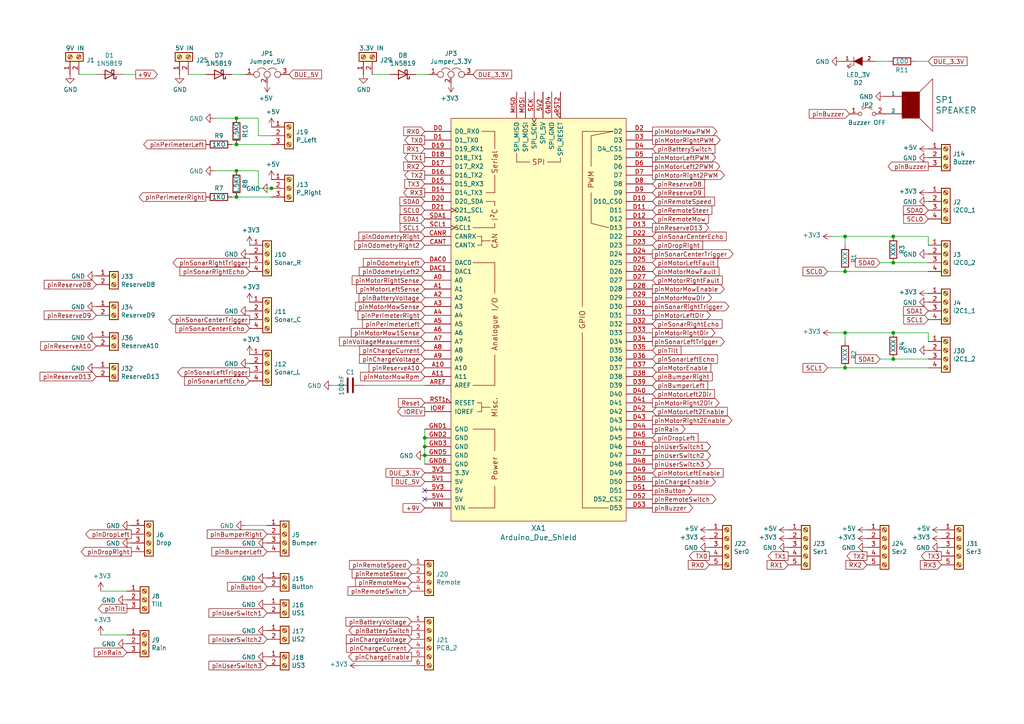
<source format=kicad_sch>
(kicad_sch (version 20210406) (generator eeschema)
  (paper "A4")
  (title_block (title "Ardumower DUE Basic Board") (date "2021-04-06") (rev "v1.0"))
  (junction (at 68.58 34.29) (diameter 0.9144))
  (junction (at 68.58 41.91) (diameter 0.9144))
  (junction (at 68.58 49.53) (diameter 0.9144))
  (junction (at 68.58 57.15) (diameter 0.9144))
  (junction (at 78.74 54.61) (diameter 0.9144))
  (junction (at 123.19 127) (diameter 0.9144))
  (junction (at 123.19 129.54) (diameter 0.9144))
  (junction (at 123.19 132.08) (diameter 0.9144))
  (junction (at 245.11 68.58) (diameter 0.9144))
  (junction (at 245.11 78.74) (diameter 0.9144))
  (junction (at 245.11 96.52) (diameter 0.9144))
  (junction (at 245.11 106.68) (diameter 0.9144))
  (junction (at 259.08 68.58) (diameter 0.9144))
  (junction (at 259.08 76.2) (diameter 0.9144))
  (junction (at 259.08 96.52) (diameter 0.9144))
  (junction (at 259.08 104.14) (diameter 0.9144))
  (no_connect (at 123.19 142.24))
  (no_connect (at 123.19 144.78))
  (wire (pts (xy 22.86 21.59) (xy 27.94 21.59)))
  (wire (pts (xy 29.21 171.45) (xy 36.83 171.45)))
  (wire (pts (xy 29.21 184.15) (xy 36.83 184.15)))
  (wire (pts (xy 35.56 21.59) (xy 39.37 21.59)))
  (wire (pts (xy 54.61 21.59) (xy 59.69 21.59)))
  (wire (pts (xy 62.23 34.29) (xy 68.58 34.29)))
  (wire (pts (xy 62.23 49.53) (xy 68.58 49.53)))
  (wire (pts (xy 67.31 21.59) (xy 71.12 21.59)))
  (wire (pts (xy 67.31 41.91) (xy 68.58 41.91)))
  (wire (pts (xy 67.31 57.15) (xy 68.58 57.15)))
  (wire (pts (xy 71.12 152.4) (xy 77.47 152.4)))
  (wire (pts (xy 74.93 34.29) (xy 68.58 34.29)))
  (wire (pts (xy 74.93 34.29) (xy 74.93 39.37)))
  (wire (pts (xy 74.93 39.37) (xy 78.74 39.37)))
  (wire (pts (xy 74.93 49.53) (xy 68.58 49.53)))
  (wire (pts (xy 74.93 49.53) (xy 74.93 54.61)))
  (wire (pts (xy 74.93 54.61) (xy 78.74 54.61)))
  (wire (pts (xy 78.74 41.91) (xy 68.58 41.91)))
  (wire (pts (xy 78.74 57.15) (xy 68.58 57.15)))
  (wire (pts (xy 96.52 111.76) (xy 97.79 111.76)))
  (wire (pts (xy 104.14 193.04) (xy 119.38 193.04)))
  (wire (pts (xy 105.41 111.76) (xy 123.19 111.76)))
  (wire (pts (xy 107.95 21.59) (xy 113.03 21.59)))
  (wire (pts (xy 120.65 21.59) (xy 124.46 21.59)))
  (wire (pts (xy 123.19 127) (xy 123.19 124.46)))
  (wire (pts (xy 123.19 129.54) (xy 123.19 127)))
  (wire (pts (xy 123.19 132.08) (xy 123.19 129.54)))
  (wire (pts (xy 123.19 134.62) (xy 123.19 132.08)))
  (wire (pts (xy 240.03 78.74) (xy 245.11 78.74)))
  (wire (pts (xy 240.03 106.68) (xy 245.11 106.68)))
  (wire (pts (xy 245.11 68.58) (xy 241.3 68.58)))
  (wire (pts (xy 245.11 71.12) (xy 245.11 68.58)))
  (wire (pts (xy 245.11 78.74) (xy 269.24 78.74)))
  (wire (pts (xy 245.11 96.52) (xy 241.3 96.52)))
  (wire (pts (xy 245.11 99.06) (xy 245.11 96.52)))
  (wire (pts (xy 245.11 106.68) (xy 269.24 106.68)))
  (wire (pts (xy 255.27 76.2) (xy 259.08 76.2)))
  (wire (pts (xy 255.27 104.14) (xy 259.08 104.14)))
  (wire (pts (xy 257.81 17.78) (xy 254 17.78)))
  (wire (pts (xy 259.08 68.58) (xy 245.11 68.58)))
  (wire (pts (xy 259.08 76.2) (xy 269.24 76.2)))
  (wire (pts (xy 259.08 96.52) (xy 245.11 96.52)))
  (wire (pts (xy 259.08 104.14) (xy 269.24 104.14)))
  (wire (pts (xy 269.24 17.78) (xy 265.43 17.78)))
  (wire (pts (xy 269.24 68.58) (xy 259.08 68.58)))
  (wire (pts (xy 269.24 71.12) (xy 269.24 68.58)))
  (wire (pts (xy 269.24 96.52) (xy 259.08 96.52)))
  (wire (pts (xy 269.24 99.06) (xy 269.24 96.52)))
  (global_label "pinReserveD8" (shape input) (at 27.94 82.55 180) (property "Intersheet References" "${INTERSHEET_REFS}" (effects hide)))
  (global_label "pinReserveD9" (shape input) (at 27.94 91.44 180) (property "Intersheet References" "${INTERSHEET_REFS}" (effects hide)))
  (global_label "pinReserveA10" (shape input) (at 27.94 100.33 180) (property "Intersheet References" "${INTERSHEET_REFS}" (effects hide)))
  (global_label "pinReserveD13" (shape input) (at 27.94 109.22 180) (property "Intersheet References" "${INTERSHEET_REFS}" (effects hide)))
  (global_label "pinTilt" (shape output) (at 36.83 176.53 180) (property "Intersheet References" "${INTERSHEET_REFS}" (effects hide)))
  (global_label "pinRain" (shape input) (at 36.83 189.23 180) (property "Intersheet References" "${INTERSHEET_REFS}" (effects hide)))
  (global_label "pinDropLeft" (shape output) (at 38.1 154.94 180) (property "Intersheet References" "${INTERSHEET_REFS}" (effects hide)))
  (global_label "pinDropRight" (shape output) (at 38.1 160.02 180) (property "Intersheet References" "${INTERSHEET_REFS}" (effects hide)))
  (global_label "+9V" (shape output) (at 39.37 21.59 0) (property "Intersheet References" "${INTERSHEET_REFS}" (effects hide)))
  (global_label "pinPerimeterLeft" (shape output) (at 59.69 41.91 180) (property "Intersheet References" "${INTERSHEET_REFS}" (effects hide)))
  (global_label "pinPerimeterRight" (shape output) (at 59.69 57.15 180) (property "Intersheet References" "${INTERSHEET_REFS}" (effects hide)))
  (global_label "pinSonarRightTrigger" (shape output) (at 72.39 76.2 180) (property "Intersheet References" "${INTERSHEET_REFS}" (effects hide)))
  (global_label "pinSonarRightEcho" (shape input) (at 72.39 78.74 180) (property "Intersheet References" "${INTERSHEET_REFS}" (effects hide)))
  (global_label "pinSonarCenterTrigger" (shape output) (at 72.39 92.71 180) (property "Intersheet References" "${INTERSHEET_REFS}" (effects hide)))
  (global_label "pinSonarCenterEcho" (shape input) (at 72.39 95.25 180) (property "Intersheet References" "${INTERSHEET_REFS}" (effects hide)))
  (global_label "pinSonarLeftTrigger" (shape output) (at 72.39 107.95 180) (property "Intersheet References" "${INTERSHEET_REFS}" (effects hide)))
  (global_label "pinSonarLeftEcho" (shape input) (at 72.39 110.49 180) (property "Intersheet References" "${INTERSHEET_REFS}" (effects hide)))
  (global_label "pinBumperRight" (shape input) (at 77.47 154.94 180) (property "Intersheet References" "${INTERSHEET_REFS}" (effects hide)))
  (global_label "pinBumperLeft" (shape input) (at 77.47 160.02 180) (property "Intersheet References" "${INTERSHEET_REFS}" (effects hide)))
  (global_label "pinButton" (shape input) (at 77.47 170.18 180) (property "Intersheet References" "${INTERSHEET_REFS}" (effects hide)))
  (global_label "pinUserSwitch1" (shape input) (at 77.47 177.8 180) (property "Intersheet References" "${INTERSHEET_REFS}" (effects hide)))
  (global_label "pinUserSwitch2" (shape input) (at 77.47 185.42 180) (property "Intersheet References" "${INTERSHEET_REFS}" (effects hide)))
  (global_label "pinUserSwitch3" (shape input) (at 77.47 193.04 180) (property "Intersheet References" "${INTERSHEET_REFS}" (effects hide)))
  (global_label "DUE_5V" (shape input) (at 83.82 21.59 0) (property "Intersheet References" "${INTERSHEET_REFS}" (effects hide)))
  (global_label "pinRemoteSpeed" (shape input) (at 119.38 163.83 180) (property "Intersheet References" "${INTERSHEET_REFS}" (effects hide)))
  (global_label "pinRemoteSteer" (shape input) (at 119.38 166.37 180) (property "Intersheet References" "${INTERSHEET_REFS}" (effects hide)))
  (global_label "pinRemoteMow" (shape input) (at 119.38 168.91 180) (property "Intersheet References" "${INTERSHEET_REFS}" (effects hide)))
  (global_label "pinRemoteSwitch" (shape input) (at 119.38 171.45 180) (property "Intersheet References" "${INTERSHEET_REFS}" (effects hide)))
  (global_label "pinBatteryVoltage" (shape input) (at 119.38 180.34 180) (property "Intersheet References" "${INTERSHEET_REFS}" (effects hide)))
  (global_label "pinBatterySwitch" (shape output) (at 119.38 182.88 180) (property "Intersheet References" "${INTERSHEET_REFS}" (effects hide)))
  (global_label "pinChargeVoltage" (shape input) (at 119.38 185.42 180) (property "Intersheet References" "${INTERSHEET_REFS}" (effects hide)))
  (global_label "pinChargeCurrent" (shape input) (at 119.38 187.96 180) (property "Intersheet References" "${INTERSHEET_REFS}" (effects hide)))
  (global_label "pinChargeEnable" (shape output) (at 119.38 190.5 180) (property "Intersheet References" "${INTERSHEET_REFS}" (effects hide)))
  (global_label "RX0" (shape input) (at 123.19 38.1 180) (property "Intersheet References" "${INTERSHEET_REFS}" (effects hide)))
  (global_label "TX0" (shape output) (at 123.19 40.64 180) (property "Intersheet References" "${INTERSHEET_REFS}" (effects hide)))
  (global_label "RX1" (shape input) (at 123.19 43.18 180) (property "Intersheet References" "${INTERSHEET_REFS}" (effects hide)))
  (global_label "TX1" (shape output) (at 123.19 45.72 180) (property "Intersheet References" "${INTERSHEET_REFS}" (effects hide)))
  (global_label "RX2" (shape input) (at 123.19 48.26 180) (property "Intersheet References" "${INTERSHEET_REFS}" (effects hide)))
  (global_label "TX2" (shape output) (at 123.19 50.8 180) (property "Intersheet References" "${INTERSHEET_REFS}" (effects hide)))
  (global_label "TX3" (shape input) (at 123.19 53.34 180) (property "Intersheet References" "${INTERSHEET_REFS}" (effects hide)))
  (global_label "RX3" (shape output) (at 123.19 55.88 180) (property "Intersheet References" "${INTERSHEET_REFS}" (effects hide)))
  (global_label "SDA0" (shape input) (at 123.19 58.42 180) (property "Intersheet References" "${INTERSHEET_REFS}" (effects hide)))
  (global_label "SCL0" (shape input) (at 123.19 60.96 180) (property "Intersheet References" "${INTERSHEET_REFS}" (effects hide)))
  (global_label "SDA1" (shape input) (at 123.19 63.5 180) (property "Intersheet References" "${INTERSHEET_REFS}" (effects hide)))
  (global_label "SCL1" (shape input) (at 123.19 66.04 180) (property "Intersheet References" "${INTERSHEET_REFS}" (effects hide)))
  (global_label "pinOdometryRight" (shape input) (at 123.19 68.58 180) (property "Intersheet References" "${INTERSHEET_REFS}" (effects hide)))
  (global_label "pinOdometryRight2" (shape input) (at 123.19 71.12 180) (property "Intersheet References" "${INTERSHEET_REFS}" (effects hide)))
  (global_label "pinOdometryLeft" (shape input) (at 123.19 76.2 180) (property "Intersheet References" "${INTERSHEET_REFS}" (effects hide)))
  (global_label "pinOdometryLeft2" (shape input) (at 123.19 78.74 180) (property "Intersheet References" "${INTERSHEET_REFS}" (effects hide)))
  (global_label "pinMotorRightSense" (shape input) (at 123.19 81.28 180) (property "Intersheet References" "${INTERSHEET_REFS}" (effects hide)))
  (global_label "pinMotorLeftSense" (shape input) (at 123.19 83.82 180) (property "Intersheet References" "${INTERSHEET_REFS}" (effects hide)))
  (global_label "pinBatteryVoltage" (shape input) (at 123.19 86.36 180) (property "Intersheet References" "${INTERSHEET_REFS}" (effects hide)))
  (global_label "pinMotorMowSense" (shape input) (at 123.19 88.9 180) (property "Intersheet References" "${INTERSHEET_REFS}" (effects hide)))
  (global_label "pinPerimeterRight" (shape input) (at 123.19 91.44 180) (property "Intersheet References" "${INTERSHEET_REFS}" (effects hide)))
  (global_label "pinPerimeterLeft" (shape input) (at 123.19 93.98 180) (property "Intersheet References" "${INTERSHEET_REFS}" (effects hide)))
  (global_label "pinMotorMow1Sense" (shape input) (at 123.19 96.52 180) (property "Intersheet References" "${INTERSHEET_REFS}" (effects hide)))
  (global_label "pinVoltageMeasurement" (shape input) (at 123.19 99.06 180) (property "Intersheet References" "${INTERSHEET_REFS}" (effects hide)))
  (global_label "pinChargeCurrent" (shape input) (at 123.19 101.6 180) (property "Intersheet References" "${INTERSHEET_REFS}" (effects hide)))
  (global_label "pinChargeVoltage" (shape input) (at 123.19 104.14 180) (property "Intersheet References" "${INTERSHEET_REFS}" (effects hide)))
  (global_label "pinReserveA10" (shape input) (at 123.19 106.68 180) (property "Intersheet References" "${INTERSHEET_REFS}" (effects hide)))
  (global_label "pinMotorMowRpm" (shape input) (at 123.19 109.22 180) (property "Intersheet References" "${INTERSHEET_REFS}" (effects hide)))
  (global_label "Reset" (shape input) (at 123.19 116.84 180) (property "Intersheet References" "${INTERSHEET_REFS}" (effects hide)))
  (global_label "IOREV" (shape output) (at 123.19 119.38 180) (property "Intersheet References" "${INTERSHEET_REFS}" (effects hide)))
  (global_label "DUE_3.3V" (shape input) (at 123.19 137.16 180) (property "Intersheet References" "${INTERSHEET_REFS}" (effects hide)))
  (global_label "DUE_5V" (shape input) (at 123.19 139.7 180) (property "Intersheet References" "${INTERSHEET_REFS}" (effects hide)))
  (global_label "+9V" (shape input) (at 123.19 147.32 180) (property "Intersheet References" "${INTERSHEET_REFS}" (effects hide)))
  (global_label "DUE_3.3V" (shape input) (at 137.16 21.59 0) (property "Intersheet References" "${INTERSHEET_REFS}" (effects hide)))
  (global_label "pinMotorMowPWM" (shape output) (at 189.23 38.1 0) (property "Intersheet References" "${INTERSHEET_REFS}" (effects hide)))
  (global_label "pinMotorRightPWM" (shape output) (at 189.23 40.64 0) (property "Intersheet References" "${INTERSHEET_REFS}" (effects hide)))
  (global_label "pinBatterySwitch" (shape input) (at 189.23 43.18 0) (property "Intersheet References" "${INTERSHEET_REFS}" (effects hide)))
  (global_label "pinMotorLeftPWM" (shape output) (at 189.23 45.72 0) (property "Intersheet References" "${INTERSHEET_REFS}" (effects hide)))
  (global_label "pinMotorLeft2PWM" (shape output) (at 189.23 48.26 0) (property "Intersheet References" "${INTERSHEET_REFS}" (effects hide)))
  (global_label "pinMotorRight2PWM" (shape output) (at 189.23 50.8 0) (property "Intersheet References" "${INTERSHEET_REFS}" (effects hide)))
  (global_label "pinReserveD8" (shape input) (at 189.23 53.34 0) (property "Intersheet References" "${INTERSHEET_REFS}" (effects hide)))
  (global_label "pinReserveD9" (shape input) (at 189.23 55.88 0) (property "Intersheet References" "${INTERSHEET_REFS}" (effects hide)))
  (global_label "pinRemoteSpeed" (shape input) (at 189.23 58.42 0) (property "Intersheet References" "${INTERSHEET_REFS}" (effects hide)))
  (global_label "pinRemoteSteer" (shape input) (at 189.23 60.96 0) (property "Intersheet References" "${INTERSHEET_REFS}" (effects hide)))
  (global_label "pinRemoteMow" (shape input) (at 189.23 63.5 0) (property "Intersheet References" "${INTERSHEET_REFS}" (effects hide)))
  (global_label "pinReserveD13" (shape output) (at 189.23 66.04 0) (property "Intersheet References" "${INTERSHEET_REFS}" (effects hide)))
  (global_label "pinSonarCenterEcho" (shape input) (at 189.23 68.58 0) (property "Intersheet References" "${INTERSHEET_REFS}" (effects hide)))
  (global_label "pinDropRight" (shape input) (at 189.23 71.12 0) (property "Intersheet References" "${INTERSHEET_REFS}" (effects hide)))
  (global_label "pinSonarCenterTrigger" (shape output) (at 189.23 73.66 0) (property "Intersheet References" "${INTERSHEET_REFS}" (effects hide)))
  (global_label "pinMotorLeftFault" (shape input) (at 189.23 76.2 0) (property "Intersheet References" "${INTERSHEET_REFS}" (effects hide)))
  (global_label "pinMotorMowFault" (shape input) (at 189.23 78.74 0) (property "Intersheet References" "${INTERSHEET_REFS}" (effects hide)))
  (global_label "pinMotorRightFault" (shape input) (at 189.23 81.28 0) (property "Intersheet References" "${INTERSHEET_REFS}" (effects hide)))
  (global_label "pinMotorMowEnable" (shape output) (at 189.23 83.82 0) (property "Intersheet References" "${INTERSHEET_REFS}" (effects hide)))
  (global_label "pinMotorMowDir" (shape output) (at 189.23 86.36 0) (property "Intersheet References" "${INTERSHEET_REFS}" (effects hide)))
  (global_label "pinSonarRightTrigger" (shape output) (at 189.23 88.9 0) (property "Intersheet References" "${INTERSHEET_REFS}" (effects hide)))
  (global_label "pinMotorLeftDir" (shape output) (at 189.23 91.44 0) (property "Intersheet References" "${INTERSHEET_REFS}" (effects hide)))
  (global_label "pinSonarRightEcho" (shape input) (at 189.23 93.98 0) (property "Intersheet References" "${INTERSHEET_REFS}" (effects hide)))
  (global_label "pinMotorRightDir" (shape output) (at 189.23 96.52 0) (property "Intersheet References" "${INTERSHEET_REFS}" (effects hide)))
  (global_label "pinSonarLeftTrigger" (shape output) (at 189.23 99.06 0) (property "Intersheet References" "${INTERSHEET_REFS}" (effects hide)))
  (global_label "pinTilt" (shape input) (at 189.23 101.6 0) (property "Intersheet References" "${INTERSHEET_REFS}" (effects hide)))
  (global_label "pinSonarLeftEcho" (shape input) (at 189.23 104.14 0) (property "Intersheet References" "${INTERSHEET_REFS}" (effects hide)))
  (global_label "pinMotorEnable" (shape input) (at 189.23 106.68 0) (property "Intersheet References" "${INTERSHEET_REFS}" (effects hide)))
  (global_label "pinBumperRight" (shape input) (at 189.23 109.22 0) (property "Intersheet References" "${INTERSHEET_REFS}" (effects hide)))
  (global_label "pinBumperLeft" (shape input) (at 189.23 111.76 0) (property "Intersheet References" "${INTERSHEET_REFS}" (effects hide)))
  (global_label "pinMotorLeft2Dir" (shape input) (at 189.23 114.3 0) (property "Intersheet References" "${INTERSHEET_REFS}" (effects hide)))
  (global_label "pinMotorRight2Dir" (shape output) (at 189.23 116.84 0) (property "Intersheet References" "${INTERSHEET_REFS}" (effects hide)))
  (global_label "pinMotorLeft2Enable" (shape input) (at 189.23 119.38 0) (property "Intersheet References" "${INTERSHEET_REFS}" (effects hide)))
  (global_label "pinMotorRight2Enable" (shape output) (at 189.23 121.92 0) (property "Intersheet References" "${INTERSHEET_REFS}" (effects hide)))
  (global_label "pinRain" (shape output) (at 189.23 124.46 0) (property "Intersheet References" "${INTERSHEET_REFS}" (effects hide)))
  (global_label "pinDropLeft" (shape input) (at 189.23 127 0) (property "Intersheet References" "${INTERSHEET_REFS}" (effects hide)))
  (global_label "pinUserSwitch1" (shape output) (at 189.23 129.54 0) (property "Intersheet References" "${INTERSHEET_REFS}" (effects hide)))
  (global_label "pinUserSwitch2" (shape output) (at 189.23 132.08 0) (property "Intersheet References" "${INTERSHEET_REFS}" (effects hide)))
  (global_label "pinUserSwitch3" (shape output) (at 189.23 134.62 0) (property "Intersheet References" "${INTERSHEET_REFS}" (effects hide)))
  (global_label "pinMotorLeftEnable" (shape input) (at 189.23 137.16 0) (property "Intersheet References" "${INTERSHEET_REFS}" (effects hide)))
  (global_label "pinChargeEnable" (shape output) (at 189.23 139.7 0) (property "Intersheet References" "${INTERSHEET_REFS}" (effects hide)))
  (global_label "pinButton" (shape output) (at 189.23 142.24 0) (property "Intersheet References" "${INTERSHEET_REFS}" (effects hide)))
  (global_label "pinRemoteSwitch" (shape output) (at 189.23 144.78 0) (property "Intersheet References" "${INTERSHEET_REFS}" (effects hide)))
  (global_label "pinBuzzer" (shape output) (at 189.23 147.32 0) (property "Intersheet References" "${INTERSHEET_REFS}" (effects hide)))
  (global_label "TX0" (shape output) (at 205.74 161.29 180) (property "Intersheet References" "${INTERSHEET_REFS}" (effects hide)))
  (global_label "RX0" (shape input) (at 205.74 163.83 180) (property "Intersheet References" "${INTERSHEET_REFS}" (effects hide)))
  (global_label "TX1" (shape output) (at 228.6 161.29 180) (property "Intersheet References" "${INTERSHEET_REFS}" (effects hide)))
  (global_label "RX1" (shape input) (at 228.6 163.83 180) (property "Intersheet References" "${INTERSHEET_REFS}" (effects hide)))
  (global_label "SCL0" (shape input) (at 240.03 78.74 180) (property "Intersheet References" "${INTERSHEET_REFS}" (effects hide)))
  (global_label "SCL1" (shape input) (at 240.03 106.68 180) (property "Intersheet References" "${INTERSHEET_REFS}" (effects hide)))
  (global_label "pinBuzzer" (shape input) (at 246.38 33.02 180) (property "Intersheet References" "${INTERSHEET_REFS}" (effects hide)))
  (global_label "TX2" (shape output) (at 251.46 161.29 180) (property "Intersheet References" "${INTERSHEET_REFS}" (effects hide)))
  (global_label "RX2" (shape input) (at 251.46 163.83 180) (property "Intersheet References" "${INTERSHEET_REFS}" (effects hide)))
  (global_label "SDA0" (shape input) (at 255.27 76.2 180) (property "Intersheet References" "${INTERSHEET_REFS}" (effects hide)))
  (global_label "SDA1" (shape input) (at 255.27 104.14 180) (property "Intersheet References" "${INTERSHEET_REFS}" (effects hide)))
  (global_label "DUE_3.3V" (shape input) (at 269.24 17.78 0) (property "Intersheet References" "${INTERSHEET_REFS}" (effects hide)))
  (global_label "pinBuzzer" (shape output) (at 269.24 48.26 180) (property "Intersheet References" "${INTERSHEET_REFS}" (effects hide)))
  (global_label "SDA0" (shape input) (at 269.24 60.96 180) (property "Intersheet References" "${INTERSHEET_REFS}" (effects hide)))
  (global_label "SCL0" (shape input) (at 269.24 63.5 180) (property "Intersheet References" "${INTERSHEET_REFS}" (effects hide)))
  (global_label "SDA1" (shape input) (at 269.24 90.17 180) (property "Intersheet References" "${INTERSHEET_REFS}" (effects hide)))
  (global_label "SCL1" (shape input) (at 269.24 92.71 180) (property "Intersheet References" "${INTERSHEET_REFS}" (effects hide)))
  (global_label "TX3" (shape output) (at 273.05 161.29 180) (property "Intersheet References" "${INTERSHEET_REFS}" (effects hide)))
  (global_label "RX3" (shape input) (at 273.05 163.83 180) (property "Intersheet References" "${INTERSHEET_REFS}" (effects hide)))
  (symbol (lib_id "power:+3.3V") (at 29.21 171.45 0) (unit 1)
    (property "Reference" "#PWR010" (effects hide))
    (property "Value" "+3.3V" (at 29.591 167.0558 0))
  )
  (symbol (lib_id "power:+3.3V") (at 29.21 184.15 0) (unit 1)
    (property "Reference" "#PWR011" (effects hide))
    (property "Value" "+3.3V" (at 29.591 179.7558 0))
  )
  (symbol (lib_id "power:+3.3V") (at 72.39 71.12 0) (unit 1)
    (property "Reference" "#PWR024" (effects hide))
    (property "Value" "+3.3V" (at 72.771 66.7258 0))
  )
  (symbol (lib_id "power:+3.3V") (at 72.39 87.63 0) (unit 1)
    (property "Reference" "#PWR025" (effects hide))
    (property "Value" "+3.3V" (at 72.771 83.2358 0))
  )
  (symbol (lib_id "power:+3.3V") (at 72.39 102.87 0) (unit 1)
    (property "Reference" "#PWR038" (effects hide))
    (property "Value" "+3.3V" (at 72.771 98.4758 0))
  )
  (symbol (lib_id "power:+5V") (at 77.47 24.13 180) (unit 1)
    (property "Reference" "#PWR039" (effects hide))
    (property "Value" "+5V" (at 77.089 28.5242 0))
  )
  (symbol (lib_id "power:+5V") (at 78.74 36.83 0) (unit 1)
    (property "Reference" "#PWR034" (effects hide))
    (property "Value" "+5V" (at 79.121 32.4358 0))
  )
  (symbol (lib_id "power:+5V") (at 78.74 52.07 0) (unit 1)
    (property "Reference" "#PWR026" (effects hide))
    (property "Value" "+5V" (at 79.121 47.6758 0))
  )
  (symbol (lib_id "power:+3.3V") (at 104.14 193.04 90) (unit 1)
    (property "Reference" "#PWR08" (effects hide))
    (property "Value" "+3.3V" (at 100.8888 192.659 90) (effects (justify left)))
  )
  (symbol (lib_id "power:+3.3V") (at 130.81 24.13 180) (unit 1)
    (property "Reference" "#PWR050" (effects hide))
    (property "Value" "+3.3V" (at 130.429 28.5242 0))
  )
  (symbol (lib_id "power:+5V") (at 205.74 153.67 90) (unit 1)
    (property "Reference" "#PWR044" (effects hide))
    (property "Value" "+5V" (at 202.4888 153.289 90) (effects (justify left)))
  )
  (symbol (lib_id "power:+3.3V") (at 205.74 156.21 90) (unit 1)
    (property "Reference" "#PWR045" (effects hide))
    (property "Value" "+3.3V" (at 202.4888 155.829 90) (effects (justify left)))
  )
  (symbol (lib_id "power:+5V") (at 228.6 153.67 90) (unit 1)
    (property "Reference" "#PWR072" (effects hide))
    (property "Value" "+5V" (at 225.3488 153.289 90) (effects (justify left)))
  )
  (symbol (lib_id "power:+3.3V") (at 228.6 156.21 90) (unit 1)
    (property "Reference" "#PWR073" (effects hide))
    (property "Value" "+3.3V" (at 225.3488 155.829 90) (effects (justify left)))
  )
  (symbol (lib_id "power:+3.3V") (at 241.3 68.58 90) (unit 1)
    (property "Reference" "#PWR04" (effects hide))
    (property "Value" "+3.3V" (at 238.0488 68.199 90) (effects (justify left)))
  )
  (symbol (lib_id "power:+3.3V") (at 241.3 96.52 90) (unit 1)
    (property "Reference" "#PWR051" (effects hide))
    (property "Value" "+3.3V" (at 238.0488 96.139 90) (effects (justify left)))
  )
  (symbol (lib_id "power:+5V") (at 251.46 153.67 90) (unit 1)
    (property "Reference" "#PWR075" (effects hide))
    (property "Value" "+5V" (at 248.2088 153.289 90) (effects (justify left)))
  )
  (symbol (lib_id "power:+3.3V") (at 251.46 156.21 90) (unit 1)
    (property "Reference" "#PWR076" (effects hide))
    (property "Value" "+3.3V" (at 248.2088 155.829 90) (effects (justify left)))
  )
  (symbol (lib_id "power:+5V") (at 269.24 43.18 90) (unit 1)
    (property "Reference" "#PWR028" (effects hide))
    (property "Value" "+5V" (at 265.9888 42.799 90) (effects (justify left)))
  )
  (symbol (lib_id "power:+3.3V") (at 269.24 55.88 90) (unit 1)
    (property "Reference" "#PWR02" (effects hide))
    (property "Value" "+3.3V" (at 265.9888 55.499 90) (effects (justify left)))
  )
  (symbol (lib_id "power:+3.3V") (at 269.24 85.09 90) (unit 1)
    (property "Reference" "#PWR06" (effects hide))
    (property "Value" "+3.3V" (at 265.9888 84.709 90) (effects (justify left)))
  )
  (symbol (lib_id "power:+5V") (at 273.05 153.67 90) (unit 1)
    (property "Reference" "#PWR078" (effects hide))
    (property "Value" "+5V" (at 269.7988 153.289 90) (effects (justify left)))
  )
  (symbol (lib_id "power:+3.3V") (at 273.05 156.21 90) (unit 1)
    (property "Reference" "#PWR079" (effects hide))
    (property "Value" "+3.3V" (at 269.7988 155.829 90) (effects (justify left)))
  )
  (symbol (lib_id "power:GND") (at 20.32 21.59 0) (unit 1)
    (property "Reference" "#PWR01" (effects hide))
    (property "Value" "GND" (at 20.447 25.9842 0))
  )
  (symbol (lib_id "power:GND") (at 27.94 80.01 270) (unit 1)
    (property "Reference" "#PWR052" (effects hide))
    (property "Value" "GND" (at 24.6888 80.137 90) (effects (justify right)))
  )
  (symbol (lib_id "power:GND") (at 27.94 88.9 270) (unit 1)
    (property "Reference" "#PWR059" (effects hide))
    (property "Value" "GND" (at 24.6888 89.027 90) (effects (justify right)))
  )
  (symbol (lib_id "power:GND") (at 27.94 97.79 270) (unit 1)
    (property "Reference" "#PWR065" (effects hide))
    (property "Value" "GND" (at 24.6888 97.917 90) (effects (justify right)))
  )
  (symbol (lib_id "power:GND") (at 27.94 106.68 270) (unit 1)
    (property "Reference" "#PWR09" (effects hide))
    (property "Value" "GND" (at 24.6888 106.807 90) (effects (justify right)))
  )
  (symbol (lib_id "power:GND") (at 36.83 173.99 270) (unit 1)
    (property "Reference" "#PWR016" (effects hide))
    (property "Value" "GND" (at 33.5788 174.117 90) (effects (justify right)))
  )
  (symbol (lib_id "power:GND") (at 36.83 186.69 270) (unit 1)
    (property "Reference" "#PWR017" (effects hide))
    (property "Value" "GND" (at 33.5788 186.817 90) (effects (justify right)))
  )
  (symbol (lib_id "power:GND") (at 38.1 152.4 270) (unit 1)
    (property "Reference" "#PWR014" (effects hide))
    (property "Value" "GND" (at 34.8488 152.527 90) (effects (justify right)))
  )
  (symbol (lib_id "power:GND") (at 38.1 157.48 270) (unit 1)
    (property "Reference" "#PWR015" (effects hide))
    (property "Value" "GND" (at 34.8488 157.607 90) (effects (justify right)))
  )
  (symbol (lib_id "power:GND") (at 52.07 21.59 0) (unit 1)
    (property "Reference" "#PWR023" (effects hide))
    (property "Value" "GND" (at 52.197 25.9842 0))
  )
  (symbol (lib_id "power:GND") (at 62.23 34.29 270) (unit 1)
    (property "Reference" "#PWR022" (effects hide))
    (property "Value" "GND" (at 58.9788 34.417 90) (effects (justify right)))
  )
  (symbol (lib_id "power:GND") (at 62.23 49.53 270) (unit 1)
    (property "Reference" "#PWR021" (effects hide))
    (property "Value" "GND" (at 58.9788 49.657 90) (effects (justify right)))
  )
  (symbol (lib_id "power:GND") (at 71.12 152.4 270) (unit 1)
    (property "Reference" "#PWR012" (effects hide))
    (property "Value" "GND" (at 67.8688 152.527 90) (effects (justify right)))
  )
  (symbol (lib_id "power:GND") (at 72.39 73.66 270) (unit 1)
    (property "Reference" "#PWR020" (effects hide))
    (property "Value" "GND" (at 69.1388 73.787 90) (effects (justify right)))
  )
  (symbol (lib_id "power:GND") (at 72.39 90.17 270) (unit 1)
    (property "Reference" "#PWR018" (effects hide))
    (property "Value" "GND" (at 69.1388 90.297 90) (effects (justify right)))
  )
  (symbol (lib_id "power:GND") (at 72.39 105.41 270) (unit 1)
    (property "Reference" "#PWR019" (effects hide))
    (property "Value" "GND" (at 69.1388 105.537 90) (effects (justify right)))
  )
  (symbol (lib_id "power:GND") (at 77.47 157.48 270) (unit 1)
    (property "Reference" "#PWR013" (effects hide))
    (property "Value" "GND" (at 74.2188 157.607 90) (effects (justify right)))
  )
  (symbol (lib_id "power:GND") (at 77.47 167.64 270) (unit 1)
    (property "Reference" "#PWR030" (effects hide))
    (property "Value" "GND" (at 74.2188 167.767 90) (effects (justify right)))
  )
  (symbol (lib_id "power:GND") (at 77.47 175.26 270) (unit 1)
    (property "Reference" "#PWR031" (effects hide))
    (property "Value" "GND" (at 74.2188 175.387 90) (effects (justify right)))
  )
  (symbol (lib_id "power:GND") (at 77.47 182.88 270) (unit 1)
    (property "Reference" "#PWR032" (effects hide))
    (property "Value" "GND" (at 74.2188 183.007 90) (effects (justify right)))
  )
  (symbol (lib_id "power:GND") (at 77.47 190.5 270) (unit 1)
    (property "Reference" "#PWR033" (effects hide))
    (property "Value" "GND" (at 74.2188 190.627 90) (effects (justify right)))
  )
  (symbol (lib_id "power:GND") (at 78.74 54.61 270) (unit 1)
    (property "Reference" "#PWR027" (effects hide))
    (property "Value" "GND" (at 75.4888 54.737 90) (effects (justify right)))
  )
  (symbol (lib_id "power:GND") (at 96.52 111.76 270) (unit 1)
    (property "Reference" "#PWR036" (effects hide))
    (property "Value" "GND" (at 93.2688 111.887 90) (effects (justify right)))
  )
  (symbol (lib_id "power:GND") (at 105.41 21.59 0) (unit 1)
    (property "Reference" "#PWR049" (effects hide))
    (property "Value" "GND" (at 105.537 25.9842 0))
  )
  (symbol (lib_id "power:GND") (at 123.19 132.08 270) (unit 1)
    (property "Reference" "#PWR037" (effects hide))
    (property "Value" "GND" (at 119.9388 132.207 90) (effects (justify right)))
  )
  (symbol (lib_id "power:GND") (at 205.74 158.75 270) (unit 1)
    (property "Reference" "#PWR071" (effects hide))
    (property "Value" "GND" (at 202.4888 158.877 90) (effects (justify right)))
  )
  (symbol (lib_id "power:GND") (at 228.6 158.75 270) (unit 1)
    (property "Reference" "#PWR074" (effects hide))
    (property "Value" "GND" (at 225.3488 158.877 90) (effects (justify right)))
  )
  (symbol (lib_id "power:GND") (at 243.84 17.78 270) (unit 1)
    (property "Reference" "#PWR042" (effects hide))
    (property "Value" "GND" (at 240.5888 17.907 90) (effects (justify right)))
  )
  (symbol (lib_id "power:GND") (at 251.46 158.75 270) (unit 1)
    (property "Reference" "#PWR077" (effects hide))
    (property "Value" "GND" (at 248.2088 158.877 90) (effects (justify right)))
  )
  (symbol (lib_id "power:GND") (at 256.54 27.94 270) (unit 1)
    (property "Reference" "#PWR035" (effects hide))
    (property "Value" "GND" (at 253.2888 28.067 90) (effects (justify right)))
  )
  (symbol (lib_id "power:GND") (at 269.24 45.72 270) (unit 1)
    (property "Reference" "#PWR029" (effects hide))
    (property "Value" "GND" (at 265.9888 45.847 90) (effects (justify right)))
  )
  (symbol (lib_id "power:GND") (at 269.24 58.42 270) (unit 1)
    (property "Reference" "#PWR03" (effects hide))
    (property "Value" "GND" (at 265.9888 58.547 90) (effects (justify right)))
  )
  (symbol (lib_id "power:GND") (at 269.24 73.66 270) (unit 1)
    (property "Reference" "#PWR05" (effects hide))
    (property "Value" "GND" (at 265.9888 73.787 90) (effects (justify right)))
  )
  (symbol (lib_id "power:GND") (at 269.24 87.63 270) (unit 1)
    (property "Reference" "#PWR07" (effects hide))
    (property "Value" "GND" (at 265.9888 87.757 90) (effects (justify right)))
  )
  (symbol (lib_id "power:GND") (at 269.24 101.6 270) (unit 1)
    (property "Reference" "#PWR068" (effects hide))
    (property "Value" "GND" (at 265.9888 101.727 90) (effects (justify right)))
  )
  (symbol (lib_id "power:GND") (at 273.05 158.75 270) (unit 1)
    (property "Reference" "#PWR080" (effects hide))
    (property "Value" "GND" (at 269.7988 158.877 90) (effects (justify right)))
  )
  (symbol (lib_id "power:GND") (at 303.53 24.13 0) (unit 1)
    (property "Reference" "#PWR047" (effects hide))
    (property "Value" "GND" (at 303.657 27.3812 90) (effects (justify right)))
  )
  (symbol (lib_id "power:GND") (at 303.53 41.91 0) (unit 1)
    (property "Reference" "#PWR048" (effects hide))
    (property "Value" "GND" (at 303.657 45.1612 90) (effects (justify right)))
  )
  (symbol (lib_id "power:GND") (at 303.53 59.69 0) (unit 1)
    (property "Reference" "#PWR069" (effects hide))
    (property "Value" "GND" (at 303.657 62.9412 90) (effects (justify right)))
  )
  (symbol (lib_id "power:GND") (at 303.53 77.47 0) (unit 1)
    (property "Reference" "#PWR070" (effects hide))
    (property "Value" "GND" (at 303.657 80.7212 90) (effects (justify right)))
  )
  (symbol (lib_id "Device:R") (at 63.5 41.91 270) (unit 1)
    (property "Reference" "R9" (at 63.5 39.37 90))
    (property "Value" "1KO" (at 63.5 41.91 90))
    (property "Footprint" "Resistor_THT:R_Axial_DIN0207_L6.3mm_D2.5mm_P2.54mm_Vertical" (effects hide))
  )
  (symbol (lib_id "Device:R") (at 63.5 57.15 270) (unit 1)
    (property "Reference" "R7" (at 63.5 54.61 90))
    (property "Value" "1KO" (at 63.5 57.15 90))
    (property "Footprint" "Resistor_THT:R_Axial_DIN0207_L6.3mm_D2.5mm_P2.54mm_Vertical" (effects hide))
  )
  (symbol (lib_id "Device:R") (at 68.58 38.1 180) (unit 1)
    (property "Reference" "R10" (at 71.12 38.1 90))
    (property "Value" "1.5KO" (at 68.58 38.1 90))
    (property "Footprint" "Resistor_THT:R_Axial_DIN0207_L6.3mm_D2.5mm_P2.54mm_Vertical" (effects hide))
  )
  (symbol (lib_id "Device:R") (at 68.58 53.34 180) (unit 1)
    (property "Reference" "R8" (at 71.12 53.34 90))
    (property "Value" "1.5KO" (at 68.58 53.34 90))
    (property "Footprint" "Resistor_THT:R_Axial_DIN0207_L6.3mm_D2.5mm_P2.54mm_Vertical" (effects hide))
  )
  (symbol (lib_id "Device:R") (at 245.11 74.93 180) (unit 1)
    (property "Reference" "R1" (at 247.65 74.93 90))
    (property "Value" "XXX" (at 245.11 74.93 90))
    (property "Footprint" "Resistor_THT:R_Axial_DIN0207_L6.3mm_D2.5mm_P2.54mm_Vertical" (effects hide))
  )
  (symbol (lib_id "Device:R") (at 245.11 102.87 180) (unit 1)
    (property "Reference" "R2" (at 247.65 102.87 90))
    (property "Value" "XXX" (at 245.11 102.87 90))
    (property "Footprint" "Resistor_THT:R_Axial_DIN0207_L6.3mm_D2.5mm_P2.54mm_Vertical" (effects hide))
  )
  (symbol (lib_id "Device:R") (at 259.08 72.39 180) (unit 1)
    (property "Reference" "R3" (at 261.62 72.39 90))
    (property "Value" "XXX" (at 259.08 72.39 90))
    (property "Footprint" "Resistor_THT:R_Axial_DIN0207_L6.3mm_D2.5mm_P2.54mm_Vertical" (effects hide))
  )
  (symbol (lib_id "Device:R") (at 259.08 100.33 180) (unit 1)
    (property "Reference" "R4" (at 261.62 100.33 90))
    (property "Value" "XXX" (at 259.08 100.33 90))
    (property "Footprint" "Resistor_THT:R_Axial_DIN0207_L6.3mm_D2.5mm_P2.54mm_Vertical" (effects hide))
  )
  (symbol (lib_id "Device:R") (at 261.62 17.78 90) (unit 1)
    (property "Reference" "R11" (at 261.62 20.32 90))
    (property "Value" "100" (at 261.62 17.78 90))
    (property "Footprint" "Resistor_THT:R_Axial_DIN0207_L6.3mm_D2.5mm_P2.54mm_Vertical" (effects hide))
  )
  (symbol (lib_id "Mechanical:MountingHole_Pad") (at 303.53 21.59 0) (unit 1)
    (property "Reference" "H1" (at 306.07 20.3454 0) (effects (justify left)))
    (property "Value" "MountingHole_Pad" (at 306.07 22.6568 0) (effects (justify left)))
    (property "Footprint" "MountingHole:MountingHole_2.2mm_M2_Pad_TopBottom" (effects hide))
  )
  (symbol (lib_id "Mechanical:MountingHole_Pad") (at 303.53 39.37 0) (unit 1)
    (property "Reference" "H2" (at 306.07 38.1254 0) (effects (justify left)))
    (property "Value" "MountingHole_Pad" (at 306.07 40.4368 0) (effects (justify left)))
    (property "Footprint" "MountingHole:MountingHole_2.2mm_M2_Pad_TopBottom" (effects hide))
  )
  (symbol (lib_id "Mechanical:MountingHole_Pad") (at 303.53 57.15 0) (unit 1)
    (property "Reference" "H3" (at 306.07 55.9054 0) (effects (justify left)))
    (property "Value" "MountingHole_Pad" (at 306.07 58.2168 0) (effects (justify left)))
    (property "Footprint" "MountingHole:MountingHole_2.2mm_M2_Pad_TopBottom" (effects hide))
  )
  (symbol (lib_id "Mechanical:MountingHole_Pad") (at 303.53 74.93 0) (unit 1)
    (property "Reference" "H4" (at 306.07 73.6854 0) (effects (justify left)))
    (property "Value" "MountingHole_Pad" (at 306.07 75.9968 0) (effects (justify left)))
    (property "Footprint" "MountingHole:MountingHole_2.2mm_M2_Pad_TopBottom" (effects hide))
  )
  (symbol (lib_id "Diode:1N5819") (at 31.75 21.59 180) (unit 1)
    (property "Reference" "D1" (at 31.75 16.0782 0))
    (property "Value" "1N5819" (at 31.75 18.3896 0))
    (property "Footprint" "Diode_THT:D_DO-41_SOD81_P10.16mm_Horizontal" (effects hide))
    (property "Datasheet" "http://www.vishay.com/docs/88525/1n5817.pdf" (effects hide))
  )
  (symbol (lib_id "Diode:1N5819") (at 63.5 21.59 180) (unit 1)
    (property "Reference" "D7" (at 63.5 16.0782 0))
    (property "Value" "1N5819" (at 63.5 18.3896 0))
    (property "Footprint" "Diode_THT:D_DO-41_SOD81_P10.16mm_Horizontal" (effects hide))
    (property "Datasheet" "http://www.vishay.com/docs/88525/1n5817.pdf" (effects hide))
  )
  (symbol (lib_id "Diode:1N5819") (at 116.84 21.59 180) (unit 1)
    (property "Reference" "D8" (at 116.84 16.0782 0))
    (property "Value" "1N5819" (at 116.84 18.3896 0))
    (property "Footprint" "Diode_THT:D_DO-41_SOD81_P10.16mm_Horizontal" (effects hide))
    (property "Datasheet" "http://www.vishay.com/docs/88525/1n5817.pdf" (effects hide))
  )
  (symbol (lib_id "Jumper:Jumper_2_Open") (at 251.46 33.02 0) (unit 1)
    (property "Reference" "JP2" (at 251.46 30.48 0))
    (property "Value" "Buzzer OFF" (at 251.46 35.56 0))
    (property "Footprint" "Connector_PinSocket_2.54mm:PinSocket_1x02_P2.54mm_Vertical" (effects hide))
  )
  (symbol (lib_id "Ardumower-rescue:LED-Zimprich") (at 248.92 17.78 0) (unit 1)
    (property "Reference" "D2" (at 248.92 24.003 0))
    (property "Value" "LED_3V" (at 248.92 21.6916 0))
    (property "Footprint" "LED_THT:LED_D3.0mm" (effects hide))
  )
  (symbol (lib_id "Connector:Screw_Terminal_01x02") (at 20.32 16.51 90) (unit 1)
    (property "Reference" "J1" (at 25.0952 17.4244 90) (effects (justify right)))
    (property "Value" "9V IN" (at 19.05 13.97 90) (effects (justify right)))
    (property "Footprint" "TerminalBlock:TerminalBlock_bornier-2_P5.08mm" (effects hide))
  )
  (symbol (lib_id "Connector:Screw_Terminal_01x02") (at 33.02 80.01 0) (unit 1)
    (property "Reference" "J33" (at 35.052 80.2132 0) (effects (justify left)))
    (property "Value" "ReserveD8" (at 35.052 82.5246 0) (effects (justify left)))
    (property "Footprint" "Connector_JST:JST_XH_B2B-XH-A_1x02_P2.50mm_Vertical" (effects hide))
  )
  (symbol (lib_id "Connector:Screw_Terminal_01x02") (at 33.02 88.9 0) (unit 1)
    (property "Reference" "J34" (at 35.052 89.1032 0) (effects (justify left)))
    (property "Value" "ReserveD9" (at 35.052 91.4146 0) (effects (justify left)))
    (property "Footprint" "Connector_JST:JST_XH_B2B-XH-A_1x02_P2.50mm_Vertical" (effects hide))
  )
  (symbol (lib_id "Connector:Screw_Terminal_01x02") (at 33.02 97.79 0) (unit 1)
    (property "Reference" "J36" (at 35.052 97.9932 0) (effects (justify left)))
    (property "Value" "ReserveA10" (at 35.052 100.3046 0) (effects (justify left)))
    (property "Footprint" "Connector_JST:JST_XH_B2B-XH-A_1x02_P2.50mm_Vertical" (effects hide))
  )
  (symbol (lib_id "Connector:Screw_Terminal_01x02") (at 33.02 106.68 0) (unit 1)
    (property "Reference" "J32" (at 35.052 106.8832 0) (effects (justify left)))
    (property "Value" "ReserveD13" (at 35.052 109.1946 0) (effects (justify left)))
    (property "Footprint" "Connector_JST:JST_XH_B2B-XH-A_1x02_P2.50mm_Vertical" (effects hide))
  )
  (symbol (lib_id "Connector:Screw_Terminal_01x02") (at 52.07 16.51 90) (unit 1)
    (property "Reference" "J25" (at 56.8452 17.4244 90) (effects (justify right)))
    (property "Value" "5V IN" (at 50.8 13.97 90) (effects (justify right)))
    (property "Footprint" "TerminalBlock:TerminalBlock_bornier-2_P5.08mm" (effects hide))
  )
  (symbol (lib_id "Connector:Screw_Terminal_01x02") (at 82.55 167.64 0) (unit 1)
    (property "Reference" "J15" (at 84.582 167.8432 0) (effects (justify left)))
    (property "Value" "Button" (at 84.582 170.1546 0) (effects (justify left)))
    (property "Footprint" "Connector_JST:JST_XH_B2B-XH-A_1x02_P2.50mm_Vertical" (effects hide))
  )
  (symbol (lib_id "Connector:Screw_Terminal_01x02") (at 82.55 175.26 0) (unit 1)
    (property "Reference" "J16" (at 84.582 175.4632 0) (effects (justify left)))
    (property "Value" "US1" (at 84.582 177.7746 0) (effects (justify left)))
    (property "Footprint" "Connector_JST:JST_XH_B2B-XH-A_1x02_P2.50mm_Vertical" (effects hide))
  )
  (symbol (lib_id "Connector:Screw_Terminal_01x02") (at 82.55 182.88 0) (unit 1)
    (property "Reference" "J17" (at 84.582 183.0832 0) (effects (justify left)))
    (property "Value" "US2" (at 84.582 185.3946 0) (effects (justify left)))
    (property "Footprint" "Connector_JST:JST_XH_B2B-XH-A_1x02_P2.50mm_Vertical" (effects hide))
  )
  (symbol (lib_id "Connector:Screw_Terminal_01x02") (at 82.55 190.5 0) (unit 1)
    (property "Reference" "J18" (at 84.582 190.7032 0) (effects (justify left)))
    (property "Value" "US3" (at 84.582 193.0146 0) (effects (justify left)))
    (property "Footprint" "Connector_JST:JST_XH_B2B-XH-A_1x02_P2.50mm_Vertical" (effects hide))
  )
  (symbol (lib_id "Connector:Screw_Terminal_01x02") (at 105.41 16.51 90) (unit 1)
    (property "Reference" "J29" (at 110.1852 17.4244 90) (effects (justify right)))
    (property "Value" "3.3V IN" (at 104.14 13.97 90) (effects (justify right)))
    (property "Footprint" "TerminalBlock:TerminalBlock_bornier-2_P5.08mm" (effects hide))
  )
  (symbol (lib_id "Device:C") (at 101.6 111.76 90) (unit 1)
    (property "Reference" "C1" (at 101.6 107.95 90))
    (property "Value" "100nF" (at 99.06 111.76 0))
    (property "Footprint" "Capacitor_THT:CP_Radial_D5.0mm_P2.50mm" (effects hide))
  )
  (symbol (lib_id "Connector:Screw_Terminal_01x03") (at 41.91 173.99 0) (unit 1)
    (property "Reference" "J8" (at 43.942 172.9232 0) (effects (justify left)))
    (property "Value" "Tilt" (at 43.942 175.2346 0) (effects (justify left)))
    (property "Footprint" "Connector_JST:JST_XH_B3B-XH-A_1x03_P2.50mm_Vertical" (effects hide))
  )
  (symbol (lib_id "Connector:Screw_Terminal_01x03") (at 41.91 186.69 0) (unit 1)
    (property "Reference" "J9" (at 43.942 185.6232 0) (effects (justify left)))
    (property "Value" "Rain" (at 43.942 187.9346 0) (effects (justify left)))
    (property "Footprint" "Connector_JST:JST_XH_B3B-XH-A_1x03_P2.50mm_Vertical" (effects hide))
  )
  (symbol (lib_id "Connector:Screw_Terminal_01x03") (at 83.82 39.37 0) (unit 1)
    (property "Reference" "J19" (at 85.852 38.3032 0) (effects (justify left)))
    (property "Value" "P_Left" (at 85.852 40.6146 0) (effects (justify left)))
    (property "Footprint" "Connector_JST:JST_XH_B3B-XH-A_1x03_P2.50mm_Vertical" (effects hide))
  )
  (symbol (lib_id "Connector:Screw_Terminal_01x03") (at 83.82 54.61 0) (unit 1)
    (property "Reference" "J13" (at 85.852 53.5432 0) (effects (justify left)))
    (property "Value" "P_Right" (at 85.852 55.8546 0) (effects (justify left)))
    (property "Footprint" "Connector_JST:JST_XH_B3B-XH-A_1x03_P2.50mm_Vertical" (effects hide))
  )
  (symbol (lib_id "Connector:Screw_Terminal_01x03") (at 274.32 45.72 0) (unit 1)
    (property "Reference" "J14" (at 276.352 44.6532 0) (effects (justify left)))
    (property "Value" "Buzzer" (at 276.352 46.9646 0) (effects (justify left)))
    (property "Footprint" "Connector_JST:JST_XH_B3B-XH-A_1x03_P2.50mm_Vertical" (effects hide))
  )
  (symbol (lib_id "Device:Jumper_NC_Dual") (at 77.47 21.59 0) (unit 1)
    (property "Reference" "JP1" (at 77.47 15.5194 0))
    (property "Value" "Jumper_5V" (at 77.47 17.8308 0))
    (property "Footprint" "Connector_PinSocket_2.54mm:PinSocket_1x03_P2.54mm_Vertical" (effects hide))
  )
  (symbol (lib_id "Device:Jumper_NC_Dual") (at 130.81 21.59 0) (unit 1)
    (property "Reference" "JP3" (at 130.81 15.5194 0))
    (property "Value" "Jumper_3.3V" (at 130.81 17.8308 0))
    (property "Footprint" "Connector_PinSocket_2.54mm:PinSocket_1x03_P2.54mm_Vertical" (effects hide))
  )
  (symbol (lib_id "Connector:Screw_Terminal_01x04") (at 43.18 154.94 0) (unit 1)
    (property "Reference" "J6" (at 45.212 155.1432 0) (effects (justify left)))
    (property "Value" "Drop" (at 45.212 157.4546 0) (effects (justify left)))
    (property "Footprint" "Connector_JST:JST_XH_B4B-XH-A_1x04_P2.50mm_Vertical" (effects hide))
  )
  (symbol (lib_id "Connector:Screw_Terminal_01x04") (at 77.47 73.66 0) (unit 1)
    (property "Reference" "J10" (at 79.502 73.8632 0) (effects (justify left)))
    (property "Value" "Sonar_R" (at 79.502 76.1746 0) (effects (justify left)))
    (property "Footprint" "Connector_JST:JST_XH_B4B-XH-A_1x04_P2.50mm_Vertical" (effects hide))
  )
  (symbol (lib_id "Connector:Screw_Terminal_01x04") (at 77.47 90.17 0) (unit 1)
    (property "Reference" "J11" (at 79.502 90.3732 0) (effects (justify left)))
    (property "Value" "Sonar_C" (at 79.502 92.6846 0) (effects (justify left)))
    (property "Footprint" "Connector_JST:JST_XH_B4B-XH-A_1x04_P2.50mm_Vertical" (effects hide))
  )
  (symbol (lib_id "Connector:Screw_Terminal_01x04") (at 77.47 105.41 0) (unit 1)
    (property "Reference" "J12" (at 79.502 105.6132 0) (effects (justify left)))
    (property "Value" "Sonar_L" (at 79.502 107.9246 0) (effects (justify left)))
    (property "Footprint" "Connector_JST:JST_XH_B4B-XH-A_1x04_P2.50mm_Vertical" (effects hide))
  )
  (symbol (lib_id "Connector:Screw_Terminal_01x04") (at 82.55 154.94 0) (unit 1)
    (property "Reference" "J5" (at 84.582 155.1432 0) (effects (justify left)))
    (property "Value" "Bumper" (at 84.582 157.4546 0) (effects (justify left)))
    (property "Footprint" "Connector_JST:JST_XH_B4B-XH-A_1x04_P2.50mm_Vertical" (effects hide))
  )
  (symbol (lib_id "Connector:Screw_Terminal_01x04") (at 124.46 166.37 0) (unit 1)
    (property "Reference" "J20" (at 126.492 166.5732 0) (effects (justify left)))
    (property "Value" "Remote" (at 126.492 168.8846 0) (effects (justify left)))
    (property "Footprint" "Connector_JST:JST_XH_B4B-XH-A_1x04_P2.50mm_Vertical" (effects hide))
  )
  (symbol (lib_id "Connector:Screw_Terminal_01x04") (at 274.32 58.42 0) (unit 1)
    (property "Reference" "J2" (at 276.352 58.6232 0) (effects (justify left)))
    (property "Value" "I2C0_1" (at 276.352 60.9346 0) (effects (justify left)))
    (property "Footprint" "Connector_JST:JST_XH_B4B-XH-A_1x04_P2.50mm_Vertical" (effects hide))
  )
  (symbol (lib_id "Connector:Screw_Terminal_01x04") (at 274.32 73.66 0) (unit 1)
    (property "Reference" "J3" (at 276.352 73.8632 0) (effects (justify left)))
    (property "Value" "I2C0_2" (at 276.352 76.1746 0) (effects (justify left)))
    (property "Footprint" "Connector_JST:JST_XH_B4B-XH-A_1x04_P2.50mm_Vertical" (effects hide))
  )
  (symbol (lib_id "Connector:Screw_Terminal_01x04") (at 274.32 87.63 0) (unit 1)
    (property "Reference" "J4" (at 276.352 87.8332 0) (effects (justify left)))
    (property "Value" "I2C1_1" (at 276.352 90.1446 0) (effects (justify left)))
    (property "Footprint" "Connector_JST:JST_XH_B4B-XH-A_1x04_P2.50mm_Vertical" (effects hide))
  )
  (symbol (lib_id "Connector:Screw_Terminal_01x04") (at 274.32 101.6 0) (unit 1)
    (property "Reference" "J30" (at 276.352 101.8032 0) (effects (justify left)))
    (property "Value" "I2C1_2" (at 276.352 104.1146 0) (effects (justify left)))
    (property "Footprint" "Connector_JST:JST_XH_B4B-XH-A_1x04_P2.50mm_Vertical" (effects hide))
  )
  (symbol (lib_id "Connector:Screw_Terminal_01x05") (at 210.82 158.75 0) (unit 1)
    (property "Reference" "J22" (at 212.852 157.6832 0) (effects (justify left)))
    (property "Value" "Ser0" (at 212.852 159.9946 0) (effects (justify left)))
    (property "Footprint" "Connector_JST:JST_XH_B5B-XH-A_1x05_P2.50mm_Vertical" (effects hide))
  )
  (symbol (lib_id "Connector:Screw_Terminal_01x05") (at 233.68 158.75 0) (unit 1)
    (property "Reference" "J23" (at 235.712 157.6832 0) (effects (justify left)))
    (property "Value" "Ser1" (at 235.712 159.9946 0) (effects (justify left)))
    (property "Footprint" "Connector_JST:JST_XH_B5B-XH-A_1x05_P2.50mm_Vertical" (effects hide))
  )
  (symbol (lib_id "Connector:Screw_Terminal_01x05") (at 256.54 158.75 0) (unit 1)
    (property "Reference" "J24" (at 258.572 157.6832 0) (effects (justify left)))
    (property "Value" "Ser2" (at 258.572 159.9946 0) (effects (justify left)))
    (property "Footprint" "Connector_JST:JST_XH_B5B-XH-A_1x05_P2.50mm_Vertical" (effects hide))
  )
  (symbol (lib_id "Connector:Screw_Terminal_01x05") (at 278.13 158.75 0) (unit 1)
    (property "Reference" "J31" (at 280.162 157.6832 0) (effects (justify left)))
    (property "Value" "Ser3" (at 280.162 159.9946 0) (effects (justify left)))
    (property "Footprint" "Connector_JST:JST_XH_B5B-XH-A_1x05_P2.50mm_Vertical" (effects hide))
  )
  (symbol (lib_id "Connector:Screw_Terminal_01x06") (at 124.46 185.42 0) (unit 1)
    (property "Reference" "J21" (at 126.492 185.6232 0) (effects (justify left)))
    (property "Value" "PCB_2" (at 126.492 187.9346 0) (effects (justify left)))
    (property "Footprint" "Connector_JST:JST_XH_B6B-XH-A_1x06_P2.50mm_Vertical" (effects hide))
  )
  (symbol (lib_id "Ardumower-rescue:SPEAKER-Lötpad_2,5mm") (at 264.16 30.48 0) (unit 1)
    (property "Reference" "SP1" (at 271.2212 28.9306 0) (effects (font (size 1.778 1.778)) (justify left)))
    (property "Value" "SPEAKER" (at 271.2212 32.004 0) (effects (font (size 1.778 1.778)) (justify left)))
    (property "Footprint" "Zimprich:Buzzer_12x9.5RM7.6" (effects hide))
  )
  (symbol (lib_id "Ardumower-rescue:Arduino_Due_Shield-arduino") (at 156.21 92.71 0) (unit 1)
    (property "Reference" "XA1" (at 156.21 153.1874 0) (effects (font (size 1.524 1.524))))
    (property "Value" "Arduino_Due_Shield" (at 156.21 155.8798 0) (effects (font (size 1.524 1.524))))
    (property "Footprint" "Arduino:Arduino_Due_Shield" (effects hide))
    (property "Datasheet" "https://store.arduino.cc/arduino-due" (effects hide))
  )
  (sheet (at 5.08 -11.43) (size 25.4 8.89)
    (property "Schaltplanname" "Connector_Motor" (at 5.08 -12.0655 0) (effects (justify left bottom)))
    (property "Dateiname Blatt" "file609243F3.kicad_sch" (at 5.08 -2.0315 0) (effects (justify left top)))
  )
)
</source>
